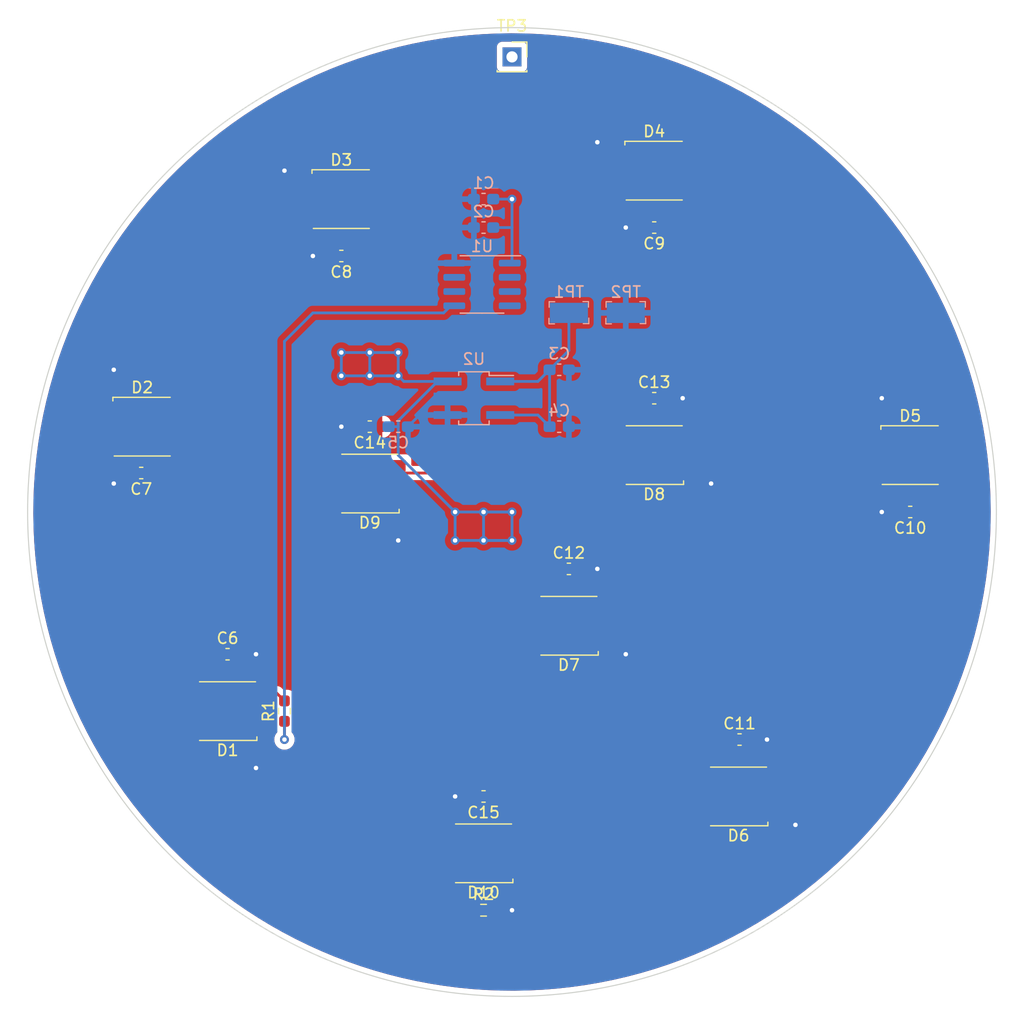
<source format=kicad_pcb>
(kicad_pcb (version 20211014) (generator pcbnew)
  (layers (0 "F.Cu" signal) (31 "B.Cu" signal) (34 "B.Paste" user) (35 "F.Paste" user) (36 "B.SilkS" user "B.Silkscreen") (37 "F.SilkS" user "F.Silkscreen") (38 "B.Mask" user) (39 "F.Mask" user) (44 "Edge.Cuts" user))
  (net 0 "")
  (net 1 "Net-(C3-Pad2)")
  (net 2 "GND")
  (net 3 "+5V")
  (net 7 "LED_DATA")
  (net 10 "Net-(D1-Pad2)")
  (net 11 "Net-(D1-Pad4)")
  (net 12 "Net-(D2-Pad4)")
  (net 13 "Net-(D3-Pad4)")
  (net 14 "Net-(D4-Pad4)")
  (net 15 "Net-(D5-Pad4)")
  (net 16 "Net-(D6-Pad4)")
  (net 17 "Net-(D7-Pad4)")
  (net 18 "Net-(D8-Pad4)")
  (net 19 "Net-(D10-Pad2)")
  (net 20 "Net-(D10-Pad4)")
  (footprint "LED_SMD:LED_Inolux_IN-PI554FCH_PLCC4_5.0x5.0mm_P3.2mm" (layer "F.Cu") (at 144.78 93.98 180)
    (fp_text reference "D8" (at 0 -3.5) (layer "F.SilkS"))
    (fp_text value "Inolux_IN-PI554FCH")
    (fp_line (start -2.62 -2.62) (end 2.5 -2.62) (layer "F.SilkS") (width 0.12))
    (fp_line (start -2.62 -2.3) (end -2.62 -2.62) (layer "F.SilkS") (width 0.12))
    (fp_line (start -2.5 2.62) (end 2.5 2.62) (layer "F.SilkS") (width 0.12))
    (pad "1" smd rect (at -2.45 -1.6 180) (size 1.5 1) (layers "F.Cu" "F.Paste" "F.Mask") (net 2 "GND"))
    (pad "2" smd rect (at -2.45 1.6 180) (size 1.5 1) (layers "F.Cu" "F.Paste" "F.Mask") (net 17 "Net-(D7-Pad4)"))
    (pad "3" smd rect (at 2.45 1.6 180) (size 1.5 1) (layers "F.Cu" "F.Paste" "F.Mask") (net 3 "+5V"))
    (pad "4" smd rect (at 2.45 -1.6 180) (size 1.5 1) (layers "F.Cu" "F.Paste" "F.Mask") (net 18 "Net-(D8-Pad4)"))
  )
  (footprint "Resistor_SMD:R_0603_1608Metric_Pad0.98x0.95mm_HandSolder" (layer "F.Cu") (at 129.54 134.62)
    (fp_text reference "R2" (at 0 -1.43) (layer "F.SilkS"))
    (fp_text value "470 ohm")
    (fp_line (start -0.254724 -0.5225) (end 0.254724 -0.5225) (layer "F.SilkS") (width 0.12))
    (fp_line (start -0.254724 0.5225) (end 0.254724 0.5225) (layer "F.SilkS") (width 0.12))
    (pad "1" smd roundrect (at -0.9125 0) (size 0.975 0.95) (layers "F.Cu" "F.Paste" "F.Mask") (net 20 "Net-(D10-Pad4)"))
    (pad "2" smd roundrect (at 0.9125 0) (size 0.975 0.95) (layers "F.Cu" "F.Paste" "F.Mask") (net 2 "GND"))
  )
  (footprint "Capacitor_SMD:C_0603_1608Metric_Pad1.08x0.95mm_HandSolder" (layer "F.Cu") (at 116.84 76.2 180)
    (fp_text reference "C8" (at 0 -1.43) (layer "F.SilkS"))
    (fp_text value "C")
    (fp_line (start -0.146267 0.51) (end 0.146267 0.51) (layer "F.SilkS") (width 0.12))
    (fp_line (start -0.146267 -0.51) (end 0.146267 -0.51) (layer "F.SilkS") (width 0.12))
    (pad "1" smd roundrect (at -0.8625 0 180) (size 1.075 0.95) (layers "F.Cu" "F.Paste" "F.Mask") (net 3 "+5V"))
    (pad "2" smd roundrect (at 0.8625 0 180) (size 1.075 0.95) (layers "F.Cu" "F.Paste" "F.Mask") (net 2 "GND"))
  )
  (footprint "LED_SMD:LED_Inolux_IN-PI554FCH_PLCC4_5.0x5.0mm_P3.2mm" (layer "F.Cu") (at 137.16 109.22 180)
    (fp_text reference "D7" (at 0 -3.5) (layer "F.SilkS"))
    (fp_text value "Inolux_IN-PI554FCH")
    (fp_line (start -2.5 2.62) (end 2.5 2.62) (layer "F.SilkS") (width 0.12))
    (fp_line (start -2.62 -2.62) (end 2.5 -2.62) (layer "F.SilkS") (width 0.12))
    (fp_line (start -2.62 -2.3) (end -2.62 -2.62) (layer "F.SilkS") (width 0.12))
    (pad "1" smd rect (at -2.45 -1.6 180) (size 1.5 1) (layers "F.Cu" "F.Paste" "F.Mask") (net 2 "GND"))
    (pad "2" smd rect (at -2.45 1.6 180) (size 1.5 1) (layers "F.Cu" "F.Paste" "F.Mask") (net 16 "Net-(D6-Pad4)"))
    (pad "3" smd rect (at 2.45 1.6 180) (size 1.5 1) (layers "F.Cu" "F.Paste" "F.Mask") (net 3 "+5V"))
    (pad "4" smd rect (at 2.45 -1.6 180) (size 1.5 1) (layers "F.Cu" "F.Paste" "F.Mask") (net 17 "Net-(D7-Pad4)"))
  )
  (footprint "Capacitor_SMD:C_0603_1608Metric_Pad1.08x0.95mm_HandSolder" (layer "F.Cu") (at 129.54 124.46 180)
    (fp_text reference "C15" (at 0 -1.43) (layer "F.SilkS"))
    (fp_text value "C")
    (fp_line (start -0.146267 -0.51) (end 0.146267 -0.51) (layer "F.SilkS") (width 0.12))
    (fp_line (start -0.146267 0.51) (end 0.146267 0.51) (layer "F.SilkS") (width 0.12))
    (pad "1" smd roundrect (at -0.8625 0 180) (size 1.075 0.95) (layers "F.Cu" "F.Paste" "F.Mask") (net 3 "+5V"))
    (pad "2" smd roundrect (at 0.8625 0 180) (size 1.075 0.95) (layers "F.Cu" "F.Paste" "F.Mask") (net 2 "GND"))
  )
  (footprint "Capacitor_SMD:C_0603_1608Metric_Pad1.08x0.95mm_HandSolder" (layer "F.Cu") (at 137.16 104.14)
    (fp_text reference "C12" (at 0 -1.43) (layer "F.SilkS"))
    (fp_text value "C")
    (fp_line (start -0.146267 0.51) (end 0.146267 0.51) (layer "F.SilkS") (width 0.12))
    (fp_line (start -0.146267 -0.51) (end 0.146267 -0.51) (layer "F.SilkS") (width 0.12))
    (pad "1" smd roundrect (at -0.8625 0) (size 1.075 0.95) (layers "F.Cu" "F.Paste" "F.Mask") (net 3 "+5V"))
    (pad "2" smd roundrect (at 0.8625 0) (size 1.075 0.95) (layers "F.Cu" "F.Paste" "F.Mask") (net 2 "GND"))
  )
  (footprint "LED_SMD:LED_Inolux_IN-PI554FCH_PLCC4_5.0x5.0mm_P3.2mm" (layer "F.Cu") (at 152.31 124.46 180)
    (fp_text reference "D6" (at 0 -3.5) (layer "F.SilkS"))
    (fp_text value "Inolux_IN-PI554FCH")
    (fp_line (start -2.62 -2.3) (end -2.62 -2.62) (layer "F.SilkS") (width 0.12))
    (fp_line (start -2.62 -2.62) (end 2.5 -2.62) (layer "F.SilkS") (width 0.12))
    (fp_line (start -2.5 2.62) (end 2.5 2.62) (layer "F.SilkS") (width 0.12))
    (pad "1" smd rect (at -2.45 -1.6 180) (size 1.5 1) (layers "F.Cu" "F.Paste" "F.Mask") (net 2 "GND"))
    (pad "2" smd rect (at -2.45 1.6 180) (size 1.5 1) (layers "F.Cu" "F.Paste" "F.Mask") (net 15 "Net-(D5-Pad4)"))
    (pad "3" smd rect (at 2.45 1.6 180) (size 1.5 1) (layers "F.Cu" "F.Paste" "F.Mask") (net 3 "+5V"))
    (pad "4" smd rect (at 2.45 -1.6 180) (size 1.5 1) (layers "F.Cu" "F.Paste" "F.Mask") (net 16 "Net-(D6-Pad4)"))
  )
  (footprint "Resistor_SMD:R_0603_1608Metric_Pad0.98x0.95mm_HandSolder" (layer "F.Cu") (at 111.76 116.84 90)
    (fp_text reference "R1" (at 0 -1.43 90) (layer "F.SilkS"))
    (fp_text value "470 ohm")
    (fp_line (start -0.254724 0.5225) (end 0.254724 0.5225) (layer "F.SilkS") (width 0.12))
    (fp_line (start -0.254724 -0.5225) (end 0.254724 -0.5225) (layer "F.SilkS") (width 0.12))
    (pad "1" smd roundrect (at -0.9125 0 90) (size 0.975 0.95) (layers "F.Cu" "F.Paste" "F.Mask") (net 7 "LED_DATA"))
    (pad "2" smd roundrect (at 0.9125 0 90) (size 0.975 0.95) (layers "F.Cu" "F.Paste" "F.Mask") (net 10 "Net-(D1-Pad2)"))
  )
  (footprint "Capacitor_SMD:C_0603_1608Metric_Pad1.08x0.95mm_HandSolder" (layer "F.Cu") (at 144.78 88.9)
    (fp_text reference "C13" (at 0 -1.43) (layer "F.SilkS"))
    (fp_text value "C")
    (fp_line (start -0.146267 -0.51) (end 0.146267 -0.51) (layer "F.SilkS") (width 0.12))
    (fp_line (start -0.146267 0.51) (end 0.146267 0.51) (layer "F.SilkS") (width 0.12))
    (pad "1" smd roundrect (at -0.8625 0) (size 1.075 0.95) (layers "F.Cu" "F.Paste" "F.Mask") (net 3 "+5V"))
    (pad "2" smd roundrect (at 0.8625 0) (size 1.075 0.95) (layers "F.Cu" "F.Paste" "F.Mask") (net 2 "GND"))
  )
  (footprint "Capacitor_SMD:C_0603_1608Metric_Pad1.08x0.95mm_HandSolder" (layer "F.Cu") (at 144.78 73.66 180)
    (fp_text reference "C9" (at 0 -1.43) (layer "F.SilkS"))
    (fp_text value "C")
    (fp_line (start -0.146267 0.51) (end 0.146267 0.51) (layer "F.SilkS") (width 0.12))
    (fp_line (start -0.146267 -0.51) (end 0.146267 -0.51) (layer "F.SilkS") (width 0.12))
    (pad "1" smd roundrect (at -0.8625 0 180) (size 1.075 0.95) (layers "F.Cu" "F.Paste" "F.Mask") (net 3 "+5V"))
    (pad "2" smd roundrect (at 0.8625 0 180) (size 1.075 0.95) (layers "F.Cu" "F.Paste" "F.Mask") (net 2 "GND"))
  )
  (footprint "Capacitor_SMD:C_0603_1608Metric_Pad1.08x0.95mm_HandSolder" (layer "F.Cu") (at 119.38 91.44 180)
    (fp_text reference "C14" (at 0 -1.43) (layer "F.SilkS"))
    (fp_text value "C")
    (fp_line (start -0.146267 -0.51) (end 0.146267 -0.51) (layer "F.SilkS") (width 0.12))
    (fp_line (start -0.146267 0.51) (end 0.146267 0.51) (layer "F.SilkS") (width 0.12))
    (pad "1" smd roundrect (at -0.8625 0 180) (size 1.075 0.95) (layers "F.Cu" "F.Paste" "F.Mask") (net 3 "+5V"))
    (pad "2" smd roundrect (at 0.8625 0 180) (size 1.075 0.95) (layers "F.Cu" "F.Paste" "F.Mask") (net 2 "GND"))
  )
  (footprint "Capacitor_SMD:C_0603_1608Metric_Pad1.08x0.95mm_HandSolder" (layer "F.Cu") (at 152.4 119.38)
    (fp_text reference "C11" (at 0 -1.43) (layer "F.SilkS"))
    (fp_text value "C")
    (fp_line (start -0.146267 -0.51) (end 0.146267 -0.51) (layer "F.SilkS") (width 0.12))
    (fp_line (start -0.146267 0.51) (end 0.146267 0.51) (layer "F.SilkS") (width 0.12))
    (pad "1" smd roundrect (at -0.8625 0) (size 1.075 0.95) (layers "F.Cu" "F.Paste" "F.Mask") (net 3 "+5V"))
    (pad "2" smd roundrect (at 0.8625 0) (size 1.075 0.95) (layers "F.Cu" "F.Paste" "F.Mask") (net 2 "GND"))
  )
  (footprint "LED_SMD:LED_Inolux_IN-PI554FCH_PLCC4_5.0x5.0mm_P3.2mm" (layer "F.Cu") (at 129.54 129.54 180)
    (fp_text reference "D10" (at 0 -3.5) (layer "F.SilkS"))
    (fp_text value "Inolux_IN-PI554FCH")
    (fp_line (start -2.62 -2.62) (end 2.5 -2.62) (layer "F.SilkS") (width 0.12))
    (fp_line (start -2.5 2.62) (end 2.5 2.62) (layer "F.SilkS") (width 0.12))
    (fp_line (start -2.62 -2.3) (end -2.62 -2.62) (layer "F.SilkS") (width 0.12))
    (pad "1" smd rect (at -2.45 -1.6 180) (size 1.5 1) (layers "F.Cu" "F.Paste" "F.Mask") (net 2 "GND"))
    (pad "2" smd rect (at -2.45 1.6 180) (size 1.5 1) (layers "F.Cu" "F.Paste" "F.Mask") (net 19 "Net-(D10-Pad2)"))
    (pad "3" smd rect (at 2.45 1.6 180) (size 1.5 1) (layers "F.Cu" "F.Paste" "F.Mask") (net 3 "+5V"))
    (pad "4" smd rect (at 2.45 -1.6 180) (size 1.5 1) (layers "F.Cu" "F.Paste" "F.Mask") (net 20 "Net-(D10-Pad4)"))
  )
  (footprint "Connector_PinSocket_2.54mm:PinSocket_1x01_P2.54mm_Vertical" (layer "F.Cu") (at 132.08 58.42)
    (fp_text reference "TP3" (at 0 -2.77) (layer "F.SilkS"))
    (fp_text value "5001")
    (fp_line (start 1.33 -1.33) (end 1.33 0) (layer "F.SilkS") (width 0.12))
    (fp_line (start -1.33 1.33) (end 1.33 1.33) (layer "F.SilkS") (width 0.12))
    (fp_line (start 0 -1.33) (end 1.33 -1.33) (layer "F.SilkS") (width 0.12))
    (fp_line (start 1.33 1.21) (end 1.33 1.33) (layer "F.SilkS") (width 0.12))
    (fp_line (start -1.33 1.21) (end -1.33 1.33) (layer "F.SilkS") (width 0.12))
    (pad "1" thru_hole rect (at 0 0) (size 1.7 1.7) (drill 1) (layers *.Cu *.Mask))
  )
  (footprint "LED_SMD:LED_Inolux_IN-PI554FCH_PLCC4_5.0x5.0mm_P3.2mm" (layer "F.Cu") (at 119.38 96.52 180)
    (fp_text reference "D9" (at 0 -3.5) (layer "F.SilkS"))
    (fp_text value "Inolux_IN-PI554FCH")
    (fp_line (start -2.5 2.62) (end 2.5 2.62) (layer "F.SilkS") (width 0.12))
    (fp_line (start -2.62 -2.3) (end -2.62 -2.62) (layer "F.SilkS") (width 0.12))
    (fp_line (start -2.62 -2.62) (end 2.5 -2.62) (layer "F.SilkS") (width 0.12))
    (pad "1" smd rect (at -2.45 -1.6 180) (size 1.5 1) (layers "F.Cu" "F.Paste" "F.Mask") (net 2 "GND"))
    (pad "2" smd rect (at -2.45 1.6 180) (size 1.5 1) (layers "F.Cu" "F.Paste" "F.Mask") (net 18 "Net-(D8-Pad4)"))
    (pad "3" smd rect (at 2.45 1.6 180) (size 1.5 1) (layers "F.Cu" "F.Paste" "F.Mask") (net 3 "+5V"))
    (pad "4" smd rect (at 2.45 -1.6 180) (size 1.5 1) (layers "F.Cu" "F.Paste" "F.Mask") (net 19 "Net-(D10-Pad2)"))
  )
  (footprint "LED_SMD:LED_Inolux_IN-PI554FCH_PLCC4_5.0x5.0mm_P3.2mm" (layer "F.Cu") (at 106.68 116.84 180)
    (fp_text reference "D1" (at 0 -3.5) (layer "F.SilkS"))
    (fp_text value "Inolux_IN-PI554FCH")
    (fp_line (start -2.62 -2.62) (end 2.5 -2.62) (layer "F.SilkS") (width 0.12))
    (fp_line (start -2.5 2.62) (end 2.5 2.62) (layer "F.SilkS") (width 0.12))
    (fp_line (start -2.62 -2.3) (end -2.62 -2.62) (layer "F.SilkS") (width 0.12))
    (pad "1" smd rect (at -2.45 -1.6 180) (size 1.5 1) (layers "F.Cu" "F.Paste" "F.Mask") (net 2 "GND"))
    (pad "2" smd rect (at -2.45 1.6 180) (size 1.5 1) (layers "F.Cu" "F.Paste" "F.Mask") (net 10 "Net-(D1-Pad2)"))
    (pad "3" smd rect (at 2.45 1.6 180) (size 1.5 1) (layers "F.Cu" "F.Paste" "F.Mask") (net 3 "+5V"))
    (pad "4" smd rect (at 2.45 -1.6 180) (size 1.5 1) (layers "F.Cu" "F.Paste" "F.Mask") (net 11 "Net-(D1-Pad4)"))
  )
  (footprint "LED_SMD:LED_Inolux_IN-PI554FCH_PLCC4_5.0x5.0mm_P3.2mm" (layer "F.Cu") (at 99.06 91.44)
    (fp_text reference "D2" (at 0 -3.5) (layer "F.SilkS"))
    (fp_text value "Inolux_IN-PI554FCH")
    (fp_line (start -2.5 2.62) (end 2.5 2.62) (layer "F.SilkS") (width 0.12))
    (fp_line (start -2.62 -2.62) (end 2.5 -2.62) (layer "F.SilkS") (width 0.12))
    (fp_line (start -2.62 -2.3) (end -2.62 -2.62) (layer "F.SilkS") (width 0.12))
    (pad "1" smd rect (at -2.45 -1.6) (size 1.5 1) (layers "F.Cu" "F.Paste" "F.Mask") (net 2 "GND"))
    (pad "2" smd rect (at -2.45 1.6) (size 1.5 1) (layers "F.Cu" "F.Paste" "F.Mask") (net 11 "Net-(D1-Pad4)"))
    (pad "3" smd rect (at 2.45 1.6) (size 1.5 1) (layers "F.Cu" "F.Paste" "F.Mask") (net 3 "+5V"))
    (pad "4" smd rect (at 2.45 -1.6) (size 1.5 1) (layers "F.Cu" "F.Paste" "F.Mask") (net 12 "Net-(D2-Pad4)"))
  )
  (footprint "Capacitor_SMD:C_0603_1608Metric_Pad1.08x0.95mm_HandSolder" (layer "F.Cu") (at 106.68 111.76)
    (fp_text reference "C6" (at 0 -1.43) (layer "F.SilkS"))
    (fp_text value "C")
    (fp_line (start -0.146267 -0.51) (end 0.146267 -0.51) (layer "F.SilkS") (width 0.12))
    (fp_line (start -0.146267 0.51) (end 0.146267 0.51) (layer "F.SilkS") (width 0.12))
    (pad "1" smd roundrect (at -0.8625 0) (size 1.075 0.95) (layers "F.Cu" "F.Paste" "F.Mask") (net 3 "+5V"))
    (pad "2" smd roundrect (at 0.8625 0) (size 1.075 0.95) (layers "F.Cu" "F.Paste" "F.Mask") (net 2 "GND"))
  )
  (footprint "Capacitor_SMD:C_0603_1608Metric_Pad1.08x0.95mm_HandSolder" (layer "F.Cu") (at 98.97 95.58 180)
    (fp_text reference "C7" (at 0 -1.43) (layer "F.SilkS"))
    (fp_text value "C")
    (fp_line (start -0.146267 0.51) (end 0.146267 0.51) (layer "F.SilkS") (width 0.12))
    (fp_line (start -0.146267 -0.51) (end 0.146267 -0.51) (layer "F.SilkS") (width 0.12))
    (pad "1" smd roundrect (at -0.8625 0 180) (size 1.075 0.95) (layers "F.Cu" "F.Paste" "F.Mask") (net 3 "+5V"))
    (pad "2" smd roundrect (at 0.8625 0 180) (size 1.075 0.95) (layers "F.Cu" "F.Paste" "F.Mask") (net 2 "GND"))
  )
  (footprint "LED_SMD:LED_Inolux_IN-PI554FCH_PLCC4_5.0x5.0mm_P3.2mm" (layer "F.Cu") (at 144.78 68.58)
    (fp_text reference "D4" (at 0 -3.5) (layer "F.SilkS"))
    (fp_text value "Inolux_IN-PI554FCH")
    (fp_line (start -2.5 2.62) (end 2.5 2.62) (layer "F.SilkS") (width 0.12))
    (fp_line (start -2.62 -2.3) (end -2.62 -2.62) (layer "F.SilkS") (width 0.12))
    (fp_line (start -2.62 -2.62) (end 2.5 -2.62) (layer "F.SilkS") (width 0.12))
    (pad "1" smd rect (at -2.45 -1.6) (size 1.5 1) (layers "F.Cu" "F.Paste" "F.Mask") (net 2 "GND"))
    (pad "2" smd rect (at -2.45 1.6) (size 1.5 1) (layers "F.Cu" "F.Paste" "F.Mask") (net 13 "Net-(D3-Pad4)"))
    (pad "3" smd rect (at 2.45 1.6) (size 1.5 1) (layers "F.Cu" "F.Paste" "F.Mask") (net 3 "+5V"))
    (pad "4" smd rect (at 2.45 -1.6) (size 1.5 1) (layers "F.Cu" "F.Paste" "F.Mask") (net 14 "Net-(D4-Pad4)"))
  )
  (footprint "LED_SMD:LED_Inolux_IN-PI554FCH_PLCC4_5.0x5.0mm_P3.2mm" (layer "F.Cu") (at 116.84 71.12)
    (fp_text reference "D3" (at 0 -3.5) (layer "F.SilkS"))
    (fp_text value "Inolux_IN-PI554FCH")
    (fp_line (start -2.62 -2.62) (end 2.5 -2.62) (layer "F.SilkS") (width 0.12))
    (fp_line (start -2.62 -2.3) (end -2.62 -2.62) (layer "F.SilkS") (width 0.12))
    (fp_line (start -2.5 2.62) (end 2.5 2.62) (layer "F.SilkS") (width 0.12))
    (pad "1" smd rect (at -2.45 -1.6) (size 1.5 1) (layers "F.Cu" "F.Paste" "F.Mask") (net 2 "GND"))
    (pad "2" smd rect (at -2.45 1.6) (size 1.5 1) (layers "F.Cu" "F.Paste" "F.Mask") (net 12 "Net-(D2-Pad4)"))
    (pad "3" smd rect (at 2.45 1.6) (size 1.5 1) (layers "F.Cu" "F.Paste" "F.Mask") (net 3 "+5V"))
    (pad "4" smd rect (at 2.45 -1.6) (size 1.5 1) (layers "F.Cu" "F.Paste" "F.Mask") (net 13 "Net-(D3-Pad4)"))
  )
  (footprint "Capacitor_SMD:C_0603_1608Metric_Pad1.08x0.95mm_HandSolder" (layer "F.Cu") (at 167.64 99.06 180)
    (fp_text reference "C10" (at 0 -1.43) (layer "F.SilkS"))
    (fp_text value "C")
    (fp_line (start -0.146267 0.51) (end 0.146267 0.51) (layer "F.SilkS") (width 0.12))
    (fp_line (start -0.146267 -0.51) (end 0.146267 -0.51) (layer "F.SilkS") (width 0.12))
    (pad "1" smd roundrect (at -0.8625 0 180) (size 1.075 0.95) (layers "F.Cu" "F.Paste" "F.Mask") (net 3 "+5V"))
    (pad "2" smd roundrect (at 0.8625 0 180) (size 1.075 0.95) (layers "F.Cu" "F.Paste" "F.Mask") (net 2 "GND"))
  )
  (footprint "LED_SMD:LED_Inolux_IN-PI554FCH_PLCC4_5.0x5.0mm_P3.2mm" (layer "F.Cu") (at 167.64 93.98)
    (fp_text reference "D5" (at 0 -3.5) (layer "F.SilkS"))
    (fp_text value "Inolux_IN-PI554FCH")
    (fp_line (start -2.5 2.62) (end 2.5 2.62) (layer "F.SilkS") (width 0.12))
    (fp_line (start -2.62 -2.3) (end -2.62 -2.62) (layer "F.SilkS") (width 0.12))
    (fp_line (start -2.62 -2.62) (end 2.5 -2.62) (layer "F.SilkS") (width 0.12))
    (pad "1" smd rect (at -2.45 -1.6) (size 1.5 1) (layers "F.Cu" "F.Paste" "F.Mask") (net 2 "GND"))
    (pad "2" smd rect (at -2.45 1.6) (size 1.5 1) (layers "F.Cu" "F.Paste" "F.Mask") (net 14 "Net-(D4-Pad4)"))
    (pad "3" smd rect (at 2.45 1.6) (size 1.5 1) (layers "F.Cu" "F.Paste" "F.Mask") (net 3 "+5V"))
    (pad "4" smd rect (at 2.45 -1.6) (size 1.5 1) (layers "F.Cu" "F.Paste" "F.Mask") (net 15 "Net-(D5-Pad4)"))
  )
  (footprint "digikey-footprints:PROBE_PAD_1206" (layer "B.Cu") (at 142.24 81.28 180)
    (fp_text reference "TP2" (at 0 1.86) (layer "B.SilkS") (effects (justify mirror)))
    (fp_text value "RCW-0C")
    (fp_line (start 1.78 -0.98) (end 1.78 -0.48) (layer "B.SilkS") (width 0.1))
    (fp_line (start 1.76 1) (end 1.26 1) (layer "B.SilkS") (width 0.1))
    (fp_line (start 1.76 1) (end 1.76 0.5) (layer "B.SilkS") (width 0.1))
    (fp_line (start 1.78 -0.98) (end 1.28 -0.98) (layer "B.SilkS") (width 0.1))
    (fp_line (start -1.78 -0.46) (end -1.78 -0.96) (layer "B.SilkS") (width 0.1))
    (fp_line (start -1.78 -0.96) (end -1.28 -0.96) (layer "B.SilkS") (width 0.1))
    (fp_line (start -1.75 1.01) (end -1.25 1.01) (layer "B.SilkS") (width 0.1))
    (fp_line (start -1.75 1.01) (end -1.75 0.51) (layer "B.SilkS") (width 0.1))
    (pad "1" smd rect locked (at 0 0 180) (size 3.4 1.8) (layers "B.Cu" "B.Paste" "B.Mask") (net 2 "GND"))
  )
  (footprint "Capacitor_SMD:C_0603_1608Metric_Pad1.08x0.95mm_HandSolder" (layer "B.Cu") (at 129.54 71.12 180)
    (fp_text reference "C1" (at 0 1.43) (layer "B.SilkS") (effects (justify mirror)))
    (fp_text value "C")
    (fp_line (start -0.146267 -0.51) (end 0.146267 -0.51) (layer "B.SilkS") (width 0.12))
    (fp_line (start -0.146267 0.51) (end 0.146267 0.51) (layer "B.SilkS") (width 0.12))
    (pad "1" smd roundrect (at -0.8625 0 180) (size 1.075 0.95) (layers "B.Cu" "B.Paste" "B.Mask") (net 3 "+5V"))
    (pad "2" smd roundrect (at 0.8625 0 180) (size 1.075 0.95) (layers "B.Cu" "B.Paste" "B.Mask") (net 2 "GND"))
  )
  (footprint "Capacitor_SMD:C_0603_1608Metric_Pad1.08x0.95mm_HandSolder" (layer "B.Cu") (at 129.54 73.66 180)
    (fp_text reference "C2" (at 0 1.43) (layer "B.SilkS") (effects (justify mirror)))
    (fp_text value "C")
    (fp_line (start -0.146267 0.51) (end 0.146267 0.51) (layer "B.SilkS") (width 0.12))
    (fp_line (start -0.146267 -0.51) (end 0.146267 -0.51) (layer "B.SilkS") (width 0.12))
    (pad "1" smd roundrect (at -0.8625 0 180) (size 1.075 0.95) (layers "B.Cu" "B.Paste" "B.Mask") (net 3 "+5V"))
    (pad "2" smd roundrect (at 0.8625 0 180) (size 1.075 0.95) (layers "B.Cu" "B.Paste" "B.Mask") (net 2 "GND"))
  )
  (footprint "Package_SO:SOIC-8_3.9x4.9mm_P1.27mm" (layer "B.Cu") (at 129.4025 78.74 180)
    (fp_text reference "U1" (at 0 3.4) (layer "B.SilkS") (effects (justify mirror)))
    (fp_text value "ATtiny402-SS")
    (fp_line (start 0 -2.56) (end 1.95 -2.56) (layer "B.SilkS") (width 0.12))
    (fp_line (start 0 -2.56) (end -1.95 -2.56) (layer "B.SilkS") (width 0.12))
    (fp_line (start 0 2.56) (end -3.45 2.56) (layer "B.SilkS") (width 0.12))
    (fp_line (start 0 2.56) (end 1.95 2.56) (layer "B.SilkS") (width 0.12))
    (pad "1" smd roundrect (at -2.475 1.905 180) (size 1.95 0.6) (layers "B.Cu" "B.Paste" "B.Mask") (net 3 "+5V"))
    (pad "2" smd roundrect (at -2.475 0.635 180) (size 1.95 0.6) (layers "B.Cu" "B.Paste" "B.Mask"))
    (pad "3" smd roundrect (at -2.475 -0.635 180) (size 1.95 0.6) (layers "B.Cu" "B.Paste" "B.Mask"))
    (pad "4" smd roundrect (at -2.475 -1.905 180) (size 1.95 0.6) (layers "B.Cu" "B.Paste" "B.Mask"))
    (pad "5" smd roundrect (at 2.475 -1.905 180) (size 1.95 0.6) (layers "B.Cu" "B.Paste" "B.Mask") (net 7 "LED_DATA"))
    (pad "6" smd roundrect (at 2.475 -0.635 180) (size 1.95 0.6) (layers "B.Cu" "B.Paste" "B.Mask"))
    (pad "7" smd roundrect (at 2.475 0.635 180) (size 1.95 0.6) (layers "B.Cu" "B.Paste" "B.Mask"))
    (pad "8" smd roundrect (at 2.475 1.905 180) (size 1.95 0.6) (layers "B.Cu" "B.Paste" "B.Mask") (net 2 "GND"))
  )
  (footprint "Package_TO_SOT_SMD:SOT-89-5_Handsoldering" (layer "B.Cu") (at 128.6775 88.9 180)
    (fp_text reference "U2" (at 0 3.5) (layer "B.SilkS") (effects (justify mirror)))
    (fp_text value "XC6210B332MR")
    (fp_line (start -1.36 -2.36) (end -1.36 -2.03) (layer "B.SilkS") (width 0.12))
    (fp_line (start 1.36 -2.36) (end -1.36 -2.36) (layer "B.SilkS") (width 0.12))
    (fp_line (start 1.36 -2.03) (end 1.36 -2.36) (layer "B.SilkS") (width 0.12))
    (fp_line (start -1.36 2.36) (end 1.36 2.36) (layer "B.SilkS") (width 0.12))
    (fp_line (start -3.54 2.03) (end -1.36 2.03) (layer "B.SilkS") (width 0.12))
    (fp_line (start 1.36 2.36) (end 1.36 2.03) (layer "B.SilkS") (width 0.12))
    (fp_line (start -1.36 2.36) (end -1.36 2.03) (layer "B.SilkS") (width 0.12))
    (pad "1" smd rect (at -2.35 1.5 180) (size 2.5 0.7) (layers "B.Cu" "B.Paste" "B.Mask") (net 1 "Net-(C3-Pad2)"))
    (pad "2" smd custom (at 0 0 180) (size 0.8 2) (layers "B.Cu" "B.Paste" "B.Mask") (net 2 "GND") (options (clearance outline) (anchor rect)) (primitives (gr_poly (pts (xy 0.9 0.5) (xy 3.6 0.5) (xy 3.6 -0.5) (xy 0.9 -0.5) (xy 0.4 -1) (xy -0.4 -1) (xy -0.9 -0.5) (xy -3.6 -0.5) (xy -3.6 0.5) (xy -0.9 0.5) (xy -0.4 1) (xy 0.4 1)) (width 0) (fill yes))))
    (pad "3" smd rect (at -2.35 -1.5 180) (size 2.5 0.7) (layers "B.Cu" "B.Paste" "B.Mask") (net 1 "Net-(C3-Pad2)"))
    (pad "4" smd rect (at 2.35 -1.5 180) (size 2.5 0.7) (layers "B.Cu" "B.Paste" "B.Mask") (net 2 "GND"))
    (pad "5" smd rect (at 2.35 1.5 180) (size 2.5 0.7) (layers "B.Cu" "B.Paste" "B.Mask") (net 3 "+5V"))
  )
  (footprint "digikey-footprints:PROBE_PAD_1206" (layer "B.Cu") (at 137.16 81.28 180)
    (fp_text reference "TP1" (at 0 1.86) (layer "B.SilkS") (effects (justify mirror)))
    (fp_text value "RCW-0C")
    (fp_line (start -1.75 1.01) (end -1.75 0.51) (layer "B.SilkS") (width 0.1))
    (fp_line (start 1.78 -0.98) (end 1.28 -0.98) (layer "B.SilkS") (width 0.1))
    (fp_line (start 1.78 -0.98) (end 1.78 -0.48) (layer "B.SilkS") (width 0.1))
    (fp_line (start 1.76 1) (end 1.76 0.5) (layer "B.SilkS") (width 0.1))
    (fp_line (start -1.75 1.01) (end -1.25 1.01) (layer "B.SilkS") (width 0.1))
    (fp_line (start -1.78 -0.96) (end -1.28 -0.96) (layer "B.SilkS") (width 0.1))
    (fp_line (start 1.76 1) (end 1.26 1) (layer "B.SilkS") (width 0.1))
    (fp_line (start -1.78 -0.46) (end -1.78 -0.96) (layer "B.SilkS") (width 0.1))
    (pad "1" smd rect locked (at 0 0 180) (size 3.4 1.8) (layers "B.Cu" "B.Paste" "B.Mask") (net 1 "Net-(C3-Pad2)"))
  )
  (footprint "Capacitor_SMD:C_0603_1608Metric_Pad1.08x0.95mm_HandSolder" (layer "B.Cu") (at 121.92 91.44)
    (fp_text reference "C5" (at 0 1.43) (layer "B.SilkS") (effects (justify mirror)))
    (fp_text value "C")
    (fp_line (start -0.146267 -0.51) (end 0.146267 -0.51) (layer "B.SilkS") (width 0.12))
    (fp_line (start -0.146267 0.51) (end 0.146267 0.51) (layer "B.SilkS") (width 0.12))
    (pad "1" smd roundrect (at -0.8625 0) (size 1.075 0.95) (layers "B.Cu" "B.Paste" "B.Mask") (net 3 "+5V"))
    (pad "2" smd roundrect (at 0.8625 0) (size 1.075 0.95) (layers "B.Cu" "B.Paste" "B.Mask") (net 2 "GND"))
  )
  (footprint "Capacitor_SMD:C_0603_1608Metric_Pad1.08x0.95mm_HandSolder" (layer "B.Cu") (at 136.2975 86.36 180)
    (fp_text reference "C3" (at 0 1.43) (layer "B.SilkS") (effects (justify mirror)))
    (fp_text value "C")
    (fp_line (start -0.146267 -0.51) (end 0.146267 -0.51) (layer "B.SilkS") (width 0.12))
    (fp_line (start -0.146267 0.51) (end 0.146267 0.51) (layer "B.SilkS") (width 0.12))
    (pad "1" smd roundrect (at -0.8625 0 180) (size 1.075 0.95) (layers "B.Cu" "B.Paste" "B.Mask") (net 2 "GND"))
    (pad "2" smd roundrect (at 0.8625 0 180) (size 1.075 0.95) (layers "B.Cu" "B.Paste" "B.Mask") (net 1 "Net-(C3-Pad2)"))
  )
  (footprint "Capacitor_SMD:C_0603_1608Metric_Pad1.08x0.95mm_HandSolder" (layer "B.Cu") (at 136.2975 91.44 180)
    (fp_text reference "C4" (at 0 1.43) (layer "B.SilkS") (effects (justify mirror)))
    (fp_text value "C")
    (fp_line (start -0.146267 0.51) (end 0.146267 0.51) (layer "B.SilkS") (width 0.12))
    (fp_line (start -0.146267 -0.51) (end 0.146267 -0.51) (layer "B.SilkS") (width 0.12))
    (pad "1" smd roundrect (at -0.8625 0 180) (size 1.075 0.95) (layers "B.Cu" "B.Paste" "B.Mask") (net 2 "GND"))
    (pad "2" smd roundrect (at 0.8625 0 180) (size 1.075 0.95) (layers "B.Cu" "B.Paste" "B.Mask") (net 1 "Net-(C3-Pad2)"))
  )
  (gr_circle (center 132.08 99.06) (end 175.334641 99.06) (layer "Edge.Cuts") (width 0.1) (fill none))
  (segment (start 137.16 84.635) (end 135.435 86.36) (width 0.25) (layer "B.Cu") (net 1))
  (segment (start 131.0275 87.4) (end 134.395 87.4) (width 0.25) (layer "B.Cu") (net 1))
  (segment (start 134.395 87.4) (end 135.435 86.36) (width 0.25) (layer "B.Cu") (net 1))
  (segment (start 131.0275 90.4) (end 134.395 90.4) (width 0.25) (layer "B.Cu") (net 1))
  (segment (start 134.395 90.4) (end 135.435 91.44) (width 0.25) (layer "B.Cu") (net 1))
  (segment (start 135.435 86.36) (end 135.435 91.44) (width 0.25) (layer "B.Cu") (net 1))
  (segment (start 137.16 81.28) (end 137.16 84.635) (width 0.25) (layer "B.Cu") (net 1))
  (segment (start 132.08 134.62) (end 131.99 134.53) (width 0.25) (layer "F.Cu") (net 2))
  (segment (start 130.4525 134.62) (end 132.08 134.62) (width 0.25) (layer "F.Cu") (net 2))
  (segment (start 147.32 88.9) (end 145.6425 88.9) (width 0.25) (layer "F.Cu") (net 2))
  (segment (start 165.19 88.99) (end 165.19 92.38) (width 0.25) (layer "F.Cu") (net 2))
  (segment (start 143.9175 73.66) (end 142.24 73.66) (width 0.25) (layer "F.Cu") (net 2))
  (segment (start 109.13 121.83) (end 109.13 118.44) (width 0.25) (layer "F.Cu") (net 2))
  (segment (start 97.46 95.58) (end 96.52 96.52) (width 0.25) (layer "F.Cu") (net 2))
  (segment (start 156.45 126.06) (end 154.76 126.06) (width 0.25) (layer "F.Cu") (net 2))
  (segment (start 109.22 111.76) (end 107.5425 111.76) (width 0.25) (layer "F.Cu") (net 2))
  (segment (start 157.39 127) (end 156.45 126.06) (width 0.25) (layer "F.Cu") (net 2))
  (segment (start 114.3 76.2) (end 115.9775 76.2) (width 0.25) (layer "F.Cu") (net 2))
  (segment (start 111.76 68.58) (end 112.7 69.52) (width 0.25) (layer "F.Cu") (net 2))
  (segment (start 96.52 86.36) (end 96.61 86.45) (width 0.25) (layer "F.Cu") (net 2))
  (segment (start 142.24 111.76) (end 141.3 110.82) (width 0.25) (layer "F.Cu") (net 2))
  (segment (start 139.7 104.14) (end 138.0225 104.14) (width 0.25) (layer "F.Cu") (net 2))
  (segment (start 109.22 121.92) (end 109.13 121.83) (width 0.25) (layer "F.Cu") (net 2))
  (segment (start 121.83 101.51) (end 121.83 98.12) (width 0.25) (layer "F.Cu") (net 2))
  (segment (start 121.92 101.6) (end 121.83 101.51) (width 0.25) (layer "F.Cu") (net 2))
  (segment (start 112.7 69.52) (end 114.39 69.52) (width 0.25) (layer "F.Cu") (net 2))
  (segment (start 148.92 95.58) (end 147.23 95.58) (width 0.25) (layer "F.Cu") (net 2))
  (segment (start 116.84 91.44) (end 118.5175 91.44) (width 0.25) (layer "F.Cu") (net 2))
  (segment (start 96.61 86.45) (end 96.61 89.84) (width 0.25) (layer "F.Cu") (net 2))
  (segment (start 98.1075 95.58) (end 97.46 95.58) (width 0.25) (layer "F.Cu") (net 2))
  (segment (start 149.86 96.52) (end 148.92 95.58) (width 0.25) (layer "F.Cu") (net 2))
  (segment (start 165.1 88.9) (end 165.19 88.99) (width 0.25) (layer "F.Cu") (net 2))
  (segment (start 131.99 134.53) (end 131.99 131.14) (width 0.25) (layer "F.Cu") (net 2))
  (segment (start 139.7 66.04) (end 140.64 66.98) (width 0.25) (layer "F.Cu") (net 2))
  (segment (start 141.3 110.82) (end 139.61 110.82) (width 0.25) (layer "F.Cu") (net 2))
  (segment (start 165.1 99.06) (end 166.7775 99.06) (width 0.25) (layer "F.Cu") (net 2))
  (segment (start 128.6775 124.46) (end 127 124.46) (width 0.25) (layer "F.Cu") (net 2))
  (segment (start 154.85 119.38) (end 153.2625 119.38) (width 0.25) (layer "F.Cu") (net 2))
  (segment (start 140.64 66.98) (end 142.33 66.98) (width 0.25) (layer "F.Cu") (net 2))
  (via (at 165.1 99.06) (size 0.8) (drill 0.4) (layers "F.Cu" "B.Cu") (net 2))
  (via (at 116.84 91.44) (size 0.8) (drill 0.4) (layers "F.Cu" "B.Cu") (net 2))
  (via (at 109.22 121.92) (size 0.8) (drill 0.4) (layers "F.Cu" "B.Cu") (net 2))
  (via (at 139.7 66.04) (size 0.8) (drill 0.4) (layers "F.Cu" "B.Cu") (net 2))
  (via (at 111.76 68.58) (size 0.8) (drill 0.4) (layers "F.Cu" "B.Cu") (net 2))
  (via (at 109.22 111.76) (size 0.8) (drill 0.4) (layers "F.Cu" "B.Cu") (net 2))
  (via (at 157.39 127) (size 0.8) (drill 0.4) (layers "F.Cu" "B.Cu") (net 2))
  (via (at 154.85 119.38) (size 0.8) (drill 0.4) (layers "F.Cu" "B.Cu") (net 2))
  (via (at 96.52 86.36) (size 0.8) (drill 0.4) (layers "F.Cu" "B.Cu") (net 2))
  (via (at 121.92 101.6) (size 0.8) (drill 0.4) (layers "F.Cu" "B.Cu") (net 2))
  (via (at 142.24 73.66) (size 0.8) (drill 0.4) (layers "F.Cu" "B.Cu") (net 2))
  (via (at 114.3 76.2) (size 0.8) (drill 0.4) (layers "F.Cu" "B.Cu") (net 2))
  (via (at 165.1 88.9) (size 0.8) (drill 0.4) (layers "F.Cu" "B.Cu") (net 2))
  (via (at 132.08 134.62) (size 0.8) (drill 0.4) (layers "F.Cu" "B.Cu") (net 2))
  (via (at 149.86 96.52) (size 0.8) (drill 0.4) (layers "F.Cu" "B.Cu") (net 2))
  (via (at 139.7 104.14) (size 0.8) (drill 0.4) (layers "F.Cu" "B.Cu") (net 2))
  (via (at 142.24 111.76) (size 0.8) (drill 0.4) (layers "F.Cu" "B.Cu") (net 2))
  (via (at 96.52 96.52) (size 0.8) (drill 0.4) (layers "F.Cu" "B.Cu") (net 2))
  (via (at 127 124.46) (size 0.8) (drill 0.4) (layers "F.Cu" "B.Cu") (net 2))
  (via (at 147.32 88.9) (size 0.8) (drill 0.4) (layers "F.Cu" "B.Cu") (net 2))
  (segment (start 123.8225 90.4) (end 122.7825 91.44) (width 0.25) (layer "B.Cu") (net 2))
  (segment (start 126.3275 90.4) (end 123.8225 90.4) (width 0.25) (layer "B.Cu") (net 2))
  (via (at 132.08 101.6) (size 0.8) (drill 0.4) (layers "F.Cu" "B.Cu") (net 3))
  (via (at 129.54 101.6) (size 0.8) (drill 0.4) (layers "F.Cu" "B.Cu") (net 3))
  (via (at 119.38 84.82) (size 0.8) (drill 0.4) (layers "F.Cu" "B.Cu") (net 3))
  (via (at 121.92 84.82) (size 0.8) (drill 0.4) (layers "F.Cu" "B.Cu") (net 3))
  (via (at 129.54 99.06) (size 0.8) (drill 0.4) (layers "F.Cu" "B.Cu") (net 3))
  (via (at 132.08 71.12) (size 0.8) (drill 0.4) (layers "F.Cu" "B.Cu") (net 3))
  (via (at 127 99.06) (size 0.8) (drill 0.4) (layers "F.Cu" "B.Cu") (net 3))
  (via (at 119.38 86.9) (size 0.8) (drill 0.4) (layers "F.Cu" "B.Cu") (net 3))
  (via (at 132.08 99.06) (size 0.8) (drill 0.4) (layers "F.Cu" "B.Cu") (net 3))
  (via (at 121.92 86.9) (size 0.8) (drill 0.4) (layers "F.Cu" "B.Cu") (net 3))
  (via (at 127 101.6) (size 0.8) (drill 0.4) (layers "F.Cu" "B.Cu") (net 3))
  (via (at 116.84 84.82) (size 0.8) (drill 0.4) (layers "F.Cu" "B.Cu") (net 3))
  (via (at 116.84 86.9) (size 0.8) (drill 0.4) (layers "F.Cu" "B.Cu") (net 3))
  (segment (start 125.4275 87.4) (end 121.92048 90.90702) (width 0.25) (layer "B.Cu") (net 3))
  (segment (start 121.92 84.82) (end 121.92 86.9) (width 0.25) (layer "B.Cu") (net 3))
  (segment (start 132.08 73.66) (end 130.4025 73.66) (width 0.25) (layer "B.Cu") (net 3))
  (segment (start 121.0575 91.44) (end 121.92 91.44) (width 0.25) (layer "B.Cu") (net 3))
  (segment (start 129.54 101.6) (end 132.08 101.6) (width 0.25) (layer "B.Cu") (net 3))
  (segment (start 116.84 86.9) (end 116.84 84.82) (width 0.25) (layer "B.Cu") (net 3))
  (segment (start 132.08 99.06) (end 129.54 99.06) (width 0.25) (layer "B.Cu") (net 3))
  (segment (start 121.92 84.82) (end 119.38 84.82) (width 0.25) (layer "B.Cu") (net 3))
  (segment (start 119.38 86.9) (end 116.84 86.9) (width 0.25) (layer "B.Cu") (net 3))
  (segment (start 132.08 71.12) (end 132.08 76.6325) (width 0.25) (layer "B.Cu") (net 3))
  (segment (start 129.54 99.06) (end 129.54 101.6) (width 0.25) (layer "B.Cu") (net 3))
  (segment (start 121.92 91.44) (end 121.92048 91.43952) (width 0.25) (layer "B.Cu") (net 3))
  (segment (start 126.3275 87.4) (end 122.42 87.4) (width 0.25) (layer "B.Cu") (net 3))
  (segment (start 121.92048 93.98048) (end 127 99.06) (width 0.25) (layer "B.Cu") (net 3))
  (segment (start 119.38 84.82) (end 116.84 84.82) (width 0.25) (layer "B.Cu") (net 3))
  (segment (start 132.08 71.12) (end 130.4025 71.12) (width 0.25) (layer "B.Cu") (net 3))
  (segment (start 132.08 101.6) (end 132.08 99.06) (width 0.25) (layer "B.Cu") (net 3))
  (segment (start 121.92048 90.90702) (end 121.92048 91.43952) (width 0.25) (layer "B.Cu") (net 3))
  (segment (start 121.92048 91.43952) (end 121.92048 93.98048) (width 0.25) (layer "B.Cu") (net 3))
  (segment (start 127 101.6) (end 127 99.06) (width 0.25) (layer "B.Cu") (net 3))
  (segment (start 126.3275 87.4) (end 125.4275 87.4) (width 0.25) (layer "B.Cu") (net 3))
  (segment (start 132.08 76.6325) (end 131.8775 76.835) (width 0.25) (layer "B.Cu") (net 3))
  (segment (start 119.38 84.82) (end 119.38 86.9) (width 0.25) (layer "B.Cu") (net 3))
  (segment (start 119.38 86.9) (end 121.92 86.9) (width 0.25) (layer "B.Cu") (net 3))
  (segment (start 122.42 87.4) (end 121.92 86.9) (width 0.25) (layer "B.Cu") (net 3))
  (segment (start 127 99.06) (end 132.08 99.06) (width 0.25) (layer "B.Cu") (net 3))
  (segment (start 132.08 101.6) (end 127 101.6) (width 0.25) (layer "B.Cu") (net 3))
  (segment (start 111.76 117.7525) (end 111.76 119.38) (width 0.25) (layer "F.Cu") (net 7))
  (via (at 111.76 119.38) (size 0.8) (drill 0.4) (layers "F.Cu" "B.Cu") (net 7))
  (segment (start 111.76 83.82) (end 111.76 119.38) (width 0.25) (layer "B.Cu") (net 7))
  (segment (start 114.3 81.28) (end 111.76 83.82) (width 0.25) (layer "B.Cu") (net 7))
  (segment (start 125.975386 81.28) (end 114.3 81.28) (width 0.25) (layer "B.Cu") (net 7))
  (segment (start 126.610386 80.645) (end 125.975386 81.28) (width 0.25) (layer "B.Cu") (net 7))
  (segment (start 126.9275 80.645) (end 126.610386 80.645) (width 0.25) (layer "B.Cu") (net 7))
  (segment (start 111.0725 115.24) (end 109.13 115.24) (width 0.25) (layer "F.Cu") (net 10))
  (segment (start 111.76 115.9275) (end 111.0725 115.24) (width 0.25) (layer "F.Cu") (net 10))
  (segment (start 104.23 118.44) (end 95.795489 110.005489) (width 0.25) (layer "F.Cu") (net 11))
  (segment (start 95.795489 110.005489) (end 95.795489 93.854511) (width 0.25) (layer "F.Cu") (net 11))
  (segment (start 95.795489 93.854511) (end 96.61 93.04) (width 0.25) (layer "F.Cu") (net 11))
  (segment (start 101.51 89.84) (end 101.51 85.6) (width 0.25) (layer "F.Cu") (net 12))
  (segment (start 101.51 85.6) (end 114.39 72.72) (width 0.25) (layer "F.Cu") (net 12))
  (segment (start 141.67 69.52) (end 142.33 70.18) (width 0.25) (layer "F.Cu") (net 13))
  (segment (start 119.29 69.52) (end 141.67 69.52) (width 0.25) (layer "F.Cu") (net 13))
  (segment (start 164.375489 91.075009) (end 164.115489 91.335009) (width 0.25) (layer "F.Cu") (net 14))
  (segment (start 147.23 66.98) (end 164.375489 84.125489) (width 0.25) (layer "F.Cu") (net 14))
  (segment (start 164.375489 84.125489) (end 164.375489 91.075009) (width 0.25) (layer "F.Cu") (net 14))
  (segment (start 164.115489 94.505489) (end 165.19 95.58) (width 0.25) (layer "F.Cu") (net 14))
  (segment (start 164.115489 91.335009) (end 164.115489 94.505489) (width 0.25) (layer "F.Cu") (net 14))
  (segment (start 171.164511 93.454511) (end 171.164511 106.455489) (width 0.25) (layer "F.Cu") (net 15))
  (segment (start 170.09 92.38) (end 171.164511 93.454511) (width 0.25) (layer "F.Cu") (net 15))
  (segment (start 171.164511 106.455489) (end 154.76 122.86) (width 0.25) (layer "F.Cu") (net 15))
  (segment (start 148.785489 124.985489) (end 149.86 126.06) (width 0.25) (layer "F.Cu") (net 16))
  (segment (start 148.785489 116.795489) (end 148.785489 124.985489) (width 0.25) (layer "F.Cu") (net 16))
  (segment (start 139.61 107.62) (end 148.785489 116.795489) (width 0.25) (layer "F.Cu") (net 16))
  (segment (start 144.78 100.550978) (end 134.71 110.620978) (width 0.25) (layer "F.Cu") (net 17))
  (segment (start 144.78 94.83) (end 144.78 100.550978) (width 0.25) (layer "F.Cu") (net 17))
  (segment (start 134.71 110.620978) (end 134.71 110.82) (width 0.25) (layer "F.Cu") (net 17))
  (segment (start 147.23 92.38) (end 144.78 94.83) (width 0.25) (layer "F.Cu") (net 17))
  (segment (start 122.49 95.58) (end 121.83 94.92) (width 0.25) (layer "F.Cu") (net 18))
  (segment (start 142.33 95.58) (end 122.49 95.58) (width 0.25) (layer "F.Cu") (net 18))
  (segment (start 116.93 109.655184) (end 131.99 124.715184) (width 0.25) (layer "F.Cu") (net 19))
  (segment (start 131.99 124.715184) (end 131.99 127.94) (width 0.25) (layer "F.Cu") (net 19))
  (segment (start 116.93 98.12) (end 116.93 109.655184) (width 0.25) (layer "F.Cu") (net 19))
  (segment (start 127.09 133.0825) (end 128.6275 134.62) (width 0.25) (layer "F.Cu") (net 20))
  (segment (start 127.09 131.14) (end 127.09 133.0825) (width 0.25) (layer "F.Cu") (net 20))
  (zone (net 3) (net_name "+5V") (layer "F.Cu") (connect_pads (clearance 0.508)) (min_thickness 0.254) (fill yes (thermal_gap 0.508) (thermal_bridge_width 0.508) (smoothing fillet))
    (polygon (pts (xy 177.8 144.78) (xy 86.36 144.78) (xy 86.36 53.34) (xy 177.8 53.34)))
  )
  (zone (net 2) (net_name "GND") (layer "B.Cu") (connect_pads (clearance 0.508)) (min_thickness 0.254) (fill yes (thermal_gap 0.508) (thermal_bridge_width 0.508) (smoothing fillet))
    (polygon (pts (xy 177.8 144.78) (xy 86.36 144.78) (xy 86.36 53.34) (xy 177.8 53.34)))
  )
)
</source>
